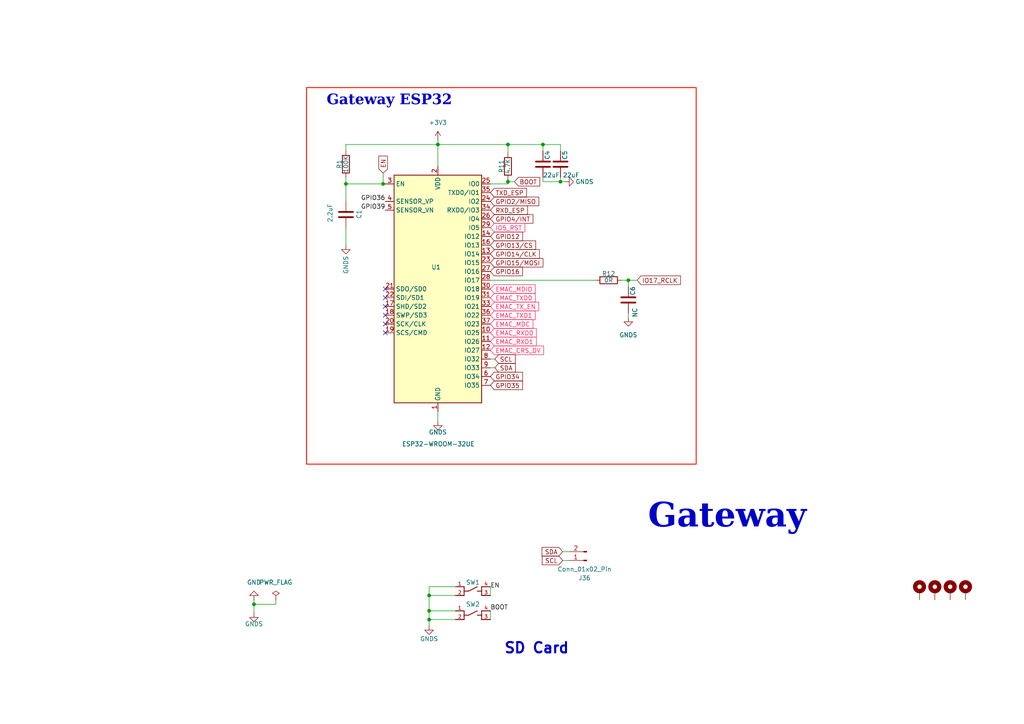
<source format=kicad_sch>
(kicad_sch (version 20231120) (generator "eeschema") (generator_version "8.0")
  (paper "A4")
  (title_block (date "2023-12-08"))
  (lib_symbols
    (symbol "Connector:Conn_01x02_Pin" (pin_names (offset 1.016) hide)
      (property "Reference" "J" (at 0 2.54 0))
      (property "Value" "Conn_01x02_Pin" (at 0 -5.08 0))
      (symbol "Conn_01x02_Pin_1_1"
        (polyline (pts (xy 1.27 -2.54) (xy 0.8636 -2.54)) (stroke (width 0.1524)))
        (polyline (pts (xy 1.27 0) (xy 0.8636 0)) (stroke (width 0.1524)))
        (rectangle (start 0.8636 -2.413) (end 0 -2.667) (stroke (width 0.1524)) (fill (type outline)))
        (rectangle (start 0.8636 0.127) (end 0 -0.127) (stroke (width 0.1524)) (fill (type outline)))
        (pin passive line (at 5.08 0 180) (length 3.81) (name "Pin_1") (number "1"))
        (pin passive line (at 5.08 -2.54 180) (length 3.81) (name "Pin_2") (number "2"))
      )
    )
    (symbol "Device:C" (pin_numbers hide) (pin_names (offset 0.254))
      (property "Reference" "C" (at 0.635 2.54 0))
      (property "Value" "C" (at 0.635 -2.54 0))
      (symbol "C_0_1"
        (polyline (pts (xy -2.032 -0.762) (xy 2.032 -0.762)) (stroke (width 0.508)))
        (polyline (pts (xy -2.032 0.762) (xy 2.032 0.762)) (stroke (width 0.508)))
      )
      (symbol "C_1_1"
        (pin passive line (at 0 3.81 270) (length 2.794) (name "~") (number "1"))
        (pin passive line (at 0 -3.81 90) (length 2.794) (name "~") (number "2"))
      )
    )
    (symbol "Device:R" (pin_numbers hide) (pin_names (offset 0))
      (property "Reference" "R" (at 2.032 0 90))
      (property "Value" "R" (at 0 0 90))
      (symbol "R_0_1"
        (rectangle (start -1.016 -2.54) (end 1.016 2.54) (stroke (width 0.254)))
      )
      (symbol "R_1_1"
        (pin passive line (at 0 3.81 270) (length 1.27) (name "~") (number "1"))
        (pin passive line (at 0 -3.81 90) (length 1.27) (name "~") (number "2"))
      )
    )
    (symbol "Mechanical:MountingHole_Pad" (pin_numbers hide) (pin_names (offset 1.016) hide)
      (property "Reference" "H" (at 0 6.35 0))
      (property "Value" "MountingHole_Pad" (at 0 4.445 0))
      (symbol "MountingHole_Pad_0_1"
        (circle (center 0 1.27) (radius 1.27) (stroke (width 1.27)))
      )
      (symbol "MountingHole_Pad_1_1"
        (pin input line (at 0 -2.54 90) (length 2.54) (name "1") (number "1"))
      )
    )
    (symbol "PTS810_SJM_250_SMTR_LFS:PTS810_SJM_250_SMTR_LFS" (pin_names (offset 1.016))
      (property "Reference" "SW" (at -3.81 1.27 0))
      (property "Value" "PTS810_SJM_250_SMTR_LFS" (at -5.08 -6.35 0))
      (symbol "PTS810_SJM_250_SMTR_LFS_0_0"
        (polyline (pts (xy -2.54 -2.54) (xy -5.08 -2.54)) (stroke (width 0.254)))
        (polyline (pts (xy -2.54 -1.27) (xy -2.54 -2.54)) (stroke (width 0.254)))
        (polyline (pts (xy -2.54 -1.27) (xy -1.27 -1.27)) (stroke (width 0.254)))
        (polyline (pts (xy -2.54 0) (xy -5.08 0)) (stroke (width 0.254)))
        (polyline (pts (xy -2.54 0) (xy -2.54 -1.27)) (stroke (width 0.254)))
        (polyline (pts (xy -1.27 -1.27) (xy 1.27 0)) (stroke (width 0.254)))
        (polyline (pts (xy 1.27 -1.27) (xy 2.54 -1.27)) (stroke (width 0.254)))
        (polyline (pts (xy 2.54 -2.54) (xy 5.08 -2.54)) (stroke (width 0.254)))
        (polyline (pts (xy 2.54 -1.27) (xy 2.54 -2.54)) (stroke (width 0.254)))
        (polyline (pts (xy 2.54 0) (xy 2.54 -1.27)) (stroke (width 0.254)))
        (polyline (pts (xy 2.54 0) (xy 5.08 0)) (stroke (width 0.254)))
        (pin passive line (at -5.08 0 0) (length 2.54) (name "~") (number "1"))
        (pin passive line (at -5.08 -2.54 0) (length 2.54) (name "~") (number "2"))
        (pin passive line (at 5.08 -2.54 180) (length 2.54) (name "~") (number "3"))
        (pin passive line (at 5.08 0 180) (length 2.54) (name "~") (number "4"))
      )
    )
    (symbol "RF_Module:ESP32-WROOM-32U"
      (property "Reference" "U" (at -12.7 34.29 0))
      (property "Value" "ESP32-WROOM-32U" (at 1.27 34.29 0))
      (symbol "ESP32-WROOM-32U_0_1"
        (rectangle (start -12.7 33.02) (end 12.7 -33.02) (stroke (width 0.254)) (fill (type background)))
      )
      (symbol "ESP32-WROOM-32U_1_1"
        (pin power_in line (at 0 -35.56 90) (length 2.54) (name "GND") (number "1"))
        (pin bidirectional line (at 15.24 -12.7 180) (length 2.54) (name "IO25") (number "10"))
        (pin bidirectional line (at 15.24 -15.24 180) (length 2.54) (name "IO26") (number "11"))
        (pin bidirectional line (at 15.24 -17.78 180) (length 2.54) (name "IO27") (number "12"))
        (pin bidirectional line (at 15.24 10.16 180) (length 2.54) (name "IO14") (number "13"))
        (pin bidirectional line (at 15.24 15.24 180) (length 2.54) (name "IO12") (number "14"))
        (pin passive line (at 0 -35.56 90) (length 2.54) hide (name "GND") (number "15"))
        (pin bidirectional line (at 15.24 12.7 180) (length 2.54) (name "IO13") (number "16"))
        (pin bidirectional line (at -15.24 -5.08 0) (length 2.54) (name "SHD/SD2") (number "17"))
        (pin bidirectional line (at -15.24 -7.62 0) (length 2.54) (name "SWP/SD3") (number "18"))
        (pin bidirectional line (at -15.24 -12.7 0) (length 2.54) (name "SCS/CMD") (number "19"))
        (pin power_in line (at 0 35.56 270) (length 2.54) (name "VDD") (number "2"))
        (pin bidirectional line (at -15.24 -10.16 0) (length 2.54) (name "SCK/CLK") (number "20"))
        (pin bidirectional line (at -15.24 0 0) (length 2.54) (name "SDO/SD0") (number "21"))
        (pin bidirectional line (at -15.24 -2.54 0) (length 2.54) (name "SDI/SD1") (number "22"))
        (pin bidirectional line (at 15.24 7.62 180) (length 2.54) (name "IO15") (number "23"))
        (pin bidirectional line (at 15.24 25.4 180) (length 2.54) (name "IO2") (number "24"))
        (pin bidirectional line (at 15.24 30.48 180) (length 2.54) (name "IO0") (number "25"))
        (pin bidirectional line (at 15.24 20.32 180) (length 2.54) (name "IO4") (number "26"))
        (pin bidirectional line (at 15.24 5.08 180) (length 2.54) (name "IO16") (number "27"))
        (pin bidirectional line (at 15.24 2.54 180) (length 2.54) (name "IO17") (number "28"))
        (pin bidirectional line (at 15.24 17.78 180) (length 2.54) (name "IO5") (number "29"))
        (pin input line (at -15.24 30.48 0) (length 2.54) (name "EN") (number "3"))
        (pin bidirectional line (at 15.24 0 180) (length 2.54) (name "IO18") (number "30"))
        (pin bidirectional line (at 15.24 -2.54 180) (length 2.54) (name "IO19") (number "31"))
        (pin no_connect line (at -12.7 -27.94 0) (length 2.54) hide (name "NC") (number "32"))
        (pin bidirectional line (at 15.24 -5.08 180) (length 2.54) (name "IO21") (number "33"))
        (pin bidirectional line (at 15.24 22.86 180) (length 2.54) (name "RXD0/IO3") (number "34"))
        (pin bidirectional line (at 15.24 27.94 180) (length 2.54) (name "TXD0/IO1") (number "35"))
        (pin bidirectional line (at 15.24 -7.62 180) (length 2.54) (name "IO22") (number "36"))
        (pin bidirectional line (at 15.24 -10.16 180) (length 2.54) (name "IO23") (number "37"))
        (pin passive line (at 0 -35.56 90) (length 2.54) hide (name "GND") (number "38"))
        (pin passive line (at 0 -35.56 90) (length 2.54) hide (name "GND") (number "39"))
        (pin input line (at -15.24 25.4 0) (length 2.54) (name "SENSOR_VP") (number "4"))
        (pin input line (at -15.24 22.86 0) (length 2.54) (name "SENSOR_VN") (number "5"))
        (pin input line (at 15.24 -25.4 180) (length 2.54) (name "IO34") (number "6"))
        (pin input line (at 15.24 -27.94 180) (length 2.54) (name "IO35") (number "7"))
        (pin bidirectional line (at 15.24 -20.32 180) (length 2.54) (name "IO32") (number "8"))
        (pin bidirectional line (at 15.24 -22.86 180) (length 2.54) (name "IO33") (number "9"))
      )
    )
    (symbol "power:+3V3" (power) (pin_numbers hide) (pin_names (offset 0) hide)
      (property "Value" "+3V3" (at 0 3.556 0))
      (symbol "+3V3_0_1"
        (polyline (pts (xy -0.762 1.27) (xy 0 2.54)))
        (polyline (pts (xy 0 0) (xy 0 2.54)))
        (polyline (pts (xy 0 2.54) (xy 0.762 1.27)))
      )
      (symbol "+3V3_1_1"
        (pin power_in line (at 0 0 90) (length 0) (name "~") (number "1"))
      )
    )
    (symbol "power:GND" (power) (pin_numbers hide) (pin_names (offset 0) hide)
      (property "Value" "GND" (at 0 -3.81 0))
      (symbol "GND_0_1"
        (polyline (pts (xy 0 0) (xy 0 -1.27) (xy 1.27 -1.27) (xy 0 -2.54) (xy -1.27 -1.27) (xy 0 -1.27)))
      )
      (symbol "GND_1_1"
        (pin power_in line (at 0 0 270) (length 0) (name "~") (number "1"))
      )
    )
    (symbol "power:GNDS" (power) (pin_names (offset 0))
      (property "Value" "GNDS" (at 0 -3.81 0))
      (symbol "GNDS_0_1"
        (polyline (pts (xy 0 0) (xy 0 -1.27) (xy 1.27 -1.27) (xy 0 -2.54) (xy -1.27 -1.27) (xy 0 -1.27)))
      )
      (symbol "GNDS_1_1"
        (pin power_in line (at 0 0 270) (length 0) hide (name "GNDS") (number "1"))
      )
    )
    (symbol "power:PWR_FLAG" (power) (pin_numbers hide) (pin_names (offset 0) hide)
      (property "Value" "PWR_FLAG" (at 0 3.81 0))
      (symbol "PWR_FLAG_0_0"
        (pin power_out line (at 0 0 90) (length 0) (name "~") (number "1"))
      )
      (symbol "PWR_FLAG_0_1"
        (polyline (pts (xy 0 0) (xy 0 1.27) (xy -1.016 1.905) (xy 0 2.54) (xy 1.016 1.905) (xy 0 1.27)))
      )
    )
  )
  (junction (at 73.66 175.26))
  (junction (at 100.33 53.34))
  (junction (at 162.56 52.705))
  (junction (at 182.245 81.28))
  (junction (at 157.48 41.91))
  (junction (at 147.32 52.705))
  (junction (at 127 41.91))
  (junction (at 147.32 41.91))
  (junction (at 124.46 177.165))
  (junction (at 124.46 179.705))
  (junction (at 124.46 172.72))
  (junction (at 111.125 53.34))
  (no_connect (at 111.76 83.82))
  (no_connect (at 111.76 93.98))
  (no_connect (at 111.76 91.44))
  (no_connect (at 111.76 86.36))
  (no_connect (at 111.76 88.9))
  (no_connect (at 111.76 96.52))
  (wire (pts (xy 111.125 53.34) (xy 111.76 53.34)))
  (wire (pts (xy 162.56 51.435) (xy 162.56 52.705)))
  (wire (pts (xy 165.1 160.02) (xy 163.195 160.02)))
  (wire (pts (xy 162.56 41.91) (xy 157.48 41.91)))
  (wire (pts (xy 162.56 43.815) (xy 162.56 41.91)))
  (wire (pts (xy 147.32 52.07) (xy 147.32 52.705)))
  (wire (pts (xy 142.24 170.18) (xy 142.24 172.72)))
  (wire (pts (xy 127 41.91) (xy 147.32 41.91)))
  (wire (pts (xy 127 119.38) (xy 127 122.174)))
  (wire (pts (xy 157.48 51.435) (xy 157.48 52.705)))
  (wire (pts (xy 157.48 52.705) (xy 162.56 52.705)))
  (wire (pts (xy 182.245 92.075) (xy 182.245 90.805)))
  (wire (pts (xy 100.33 53.34) (xy 111.125 53.34)))
  (wire (pts (xy 149.225 52.705) (xy 147.32 52.705)))
  (wire (pts (xy 184.785 81.28) (xy 182.245 81.28)))
  (wire (pts (xy 100.33 51.435) (xy 100.33 53.34)))
  (wire (pts (xy 165.1 162.56) (xy 163.195 162.56)))
  (wire (pts (xy 143.51 104.14) (xy 142.24 104.14)))
  (wire (pts (xy 124.46 170.18) (xy 124.46 172.72)))
  (wire (pts (xy 143.51 106.68) (xy 142.24 106.68)))
  (wire (pts (xy 172.72 81.28) (xy 142.24 81.28)))
  (wire (pts (xy 100.33 41.91) (xy 127 41.91)))
  (wire (pts (xy 127 40.64) (xy 127 41.91)))
  (wire (pts (xy 182.245 81.28) (xy 182.245 83.185)))
  (wire (pts (xy 100.33 66.04) (xy 100.33 71.12)))
  (wire (pts (xy 73.66 173.99) (xy 73.66 175.26)))
  (wire (pts (xy 111.125 50.165) (xy 111.125 53.34)))
  (wire (pts (xy 132.08 170.18) (xy 124.46 170.18)))
  (wire (pts (xy 100.33 53.34) (xy 100.33 58.42)))
  (wire (pts (xy 132.08 172.72) (xy 124.46 172.72)))
  (wire (pts (xy 80.01 173.99) (xy 80.01 175.26)))
  (wire (pts (xy 182.245 81.28) (xy 180.34 81.28)))
  (wire (pts (xy 142.24 177.165) (xy 142.24 179.705)))
  (wire (pts (xy 124.46 172.72) (xy 124.46 177.165)))
  (wire (pts (xy 80.01 175.26) (xy 73.66 175.26)))
  (wire (pts (xy 73.66 175.26) (xy 73.66 177.8)))
  (wire (pts (xy 147.32 41.91) (xy 157.48 41.91)))
  (wire (pts (xy 157.48 43.815) (xy 157.48 41.91)))
  (wire (pts (xy 147.32 41.91) (xy 147.32 44.45)))
  (wire (pts (xy 132.08 177.165) (xy 124.46 177.165)))
  (wire (pts (xy 162.56 52.705) (xy 163.83 52.705)))
  (wire (pts (xy 124.46 177.165) (xy 124.46 179.705)))
  (wire (pts (xy 124.46 179.705) (xy 132.08 179.705)))
  (wire (pts (xy 127 41.91) (xy 127 48.26)))
  (wire (pts (xy 124.46 179.705) (xy 124.46 181.483)))
  (wire (pts (xy 147.32 52.705) (xy 147.32 53.34)))
  (wire (pts (xy 100.33 43.815) (xy 100.33 41.91)))
  (wire (pts (xy 147.32 53.34) (xy 142.24 53.34)))
  (rectangle (start 88.9 25.4) (end 201.93 134.62) (stroke (width 0.3) (color 255 34 15 1)))
  (text "SD Card\n" (at 146.05 189.865 0) (effects (font (size 3 3) (thickness 0.6) (bold yes)) (justify left bottom)))
  (text "Gateway" (at 187.96 155.956 0) (effects (font (size 7 7) (thickness 0.3) (bold yes)) (justify left bottom)))
  (text "Gateway ESP32" (at 94.742 31.75 0) (effects (font (size 3 3) (thickness 0.6) (bold yes)) (justify left bottom)))
  (label "BOOT" (at 142.24 177.165 0))
  (label "GPIO36" (at 111.76 58.42 180))
  (label "EN" (at 142.24 170.815 0))
  (label "GPIO39" (at 111.76 60.96 180))
  (global_label "SDA" (shape input) (at 163.195 160.02 180) (property "Intersheetrefs" "${INTERSHEET_REFS}" (effects (hide yes))))
  (global_label "GPIO2{slash}MISO" (shape input) (at 142.24 58.42 0) (property "Intersheetrefs" "${INTERSHEET_REFS}" (effects (hide yes))))
  (global_label "EMAC_RXD1" (shape input) (at 142.24 99.06 0) (property "Intersheetrefs" "${INTERSHEET_REFS}" (effects (hide yes))))
  (global_label "GPIO34" (shape input) (at 142.24 109.22 0) (property "Intersheetrefs" "${INTERSHEET_REFS}" (effects (hide yes))))
  (global_label "GPIO15{slash}MOSI" (shape input) (at 142.24 76.2 0) (property "Intersheetrefs" "${INTERSHEET_REFS}" (effects (hide yes))))
  (global_label "SCL" (shape input) (at 143.51 104.14 0) (property "Intersheetrefs" "${INTERSHEET_REFS}" (effects (hide yes))))
  (global_label "SCL" (shape input) (at 163.195 162.56 180) (property "Intersheetrefs" "${INTERSHEET_REFS}" (effects (hide yes))))
  (global_label "TXD_ESP" (shape input) (at 142.24 55.88 0) (property "Intersheetrefs" "${INTERSHEET_REFS}" (effects (hide yes))))
  (global_label "IO5_RST" (shape input) (at 142.24 66.04 0) (property "Intersheetrefs" "${INTERSHEET_REFS}" (effects (hide yes))))
  (global_label "EMAC_TXD0" (shape input) (at 142.24 86.36 0) (property "Intersheetrefs" "${INTERSHEET_REFS}" (effects (hide yes))))
  (global_label "EMAC_MDIO" (shape input) (at 142.24 83.82 0) (property "Intersheetrefs" "${INTERSHEET_REFS}" (effects (hide yes))))
  (global_label "EMAC_TXD1" (shape input) (at 142.24 91.44 0) (property "Intersheetrefs" "${INTERSHEET_REFS}" (effects (hide yes))))
  (global_label "EMAC_CRS_DV" (shape input) (at 142.24 101.6 0) (property "Intersheetrefs" "${INTERSHEET_REFS}" (effects (hide yes))))
  (global_label "EN" (shape input) (at 111.125 50.165 90) (property "Intersheetrefs" "${INTERSHEET_REFS}" (effects (hide yes))))
  (global_label "SDA" (shape input) (at 143.51 106.68 0) (property "Intersheetrefs" "${INTERSHEET_REFS}" (effects (hide yes))))
  (global_label "GPIO4{slash}INT" (shape input) (at 142.24 63.5 0) (property "Intersheetrefs" "${INTERSHEET_REFS}" (effects (hide yes))))
  (global_label "GPIO13{slash}CS" (shape input) (at 142.24 71.12 0) (property "Intersheetrefs" "${INTERSHEET_REFS}" (effects (hide yes))))
  (global_label "GPIO16" (shape input) (at 142.24 78.74 0) (property "Intersheetrefs" "${INTERSHEET_REFS}" (effects (hide yes))))
  (global_label "GPIO35" (shape input) (at 142.24 111.76 0) (property "Intersheetrefs" "${INTERSHEET_REFS}" (effects (hide yes))))
  (global_label "GPIO14{slash}CLK" (shape input) (at 142.24 73.66 0) (property "Intersheetrefs" "${INTERSHEET_REFS}" (effects (hide yes))))
  (global_label "EMAC_RXD0" (shape input) (at 142.24 96.52 0) (property "Intersheetrefs" "${INTERSHEET_REFS}" (effects (hide yes))))
  (global_label "RXD_ESP" (shape input) (at 142.24 60.96 0) (property "Intersheetrefs" "${INTERSHEET_REFS}" (effects (hide yes))))
  (global_label "EMAC_TX_EN" (shape input) (at 142.24 88.9 0) (property "Intersheetrefs" "${INTERSHEET_REFS}" (effects (hide yes))))
  (global_label "GPIO12" (shape input) (at 142.24 68.58 0) (property "Intersheetrefs" "${INTERSHEET_REFS}" (effects (hide yes))))
  (global_label "BOOT" (shape input) (at 149.225 52.705 0) (property "Intersheetrefs" "${INTERSHEET_REFS}" (effects (hide yes))))
  (global_label "IO17_RCLK" (shape input) (at 184.785 81.28 0) (property "Intersheetrefs" "${INTERSHEET_REFS}" (effects (hide yes))))
  (global_label "EMAC_MDC" (shape input) (at 142.24 93.98 0) (property "Intersheetrefs" "${INTERSHEET_REFS}" (effects (hide yes))))
  (symbol (lib_id "PTS810_SJM_250_SMTR_LFS:PTS810_SJM_250_SMTR_LFS") (at 137.16 170.18 0) (unit 1)
    (property "Reference" "SW1" (at 137.16 168.91 0))
    (property "Value" "C221895" (effects (hide yes)))
    (property "Footprint" "PTS810_SJM_250_SMTR_LFS:SW_PTS810_SJM_250_SMTR_LFS" (effects (hide yes)))
    (property "Description" "\nTactile Switch SPST-NO Top Actuated Surface Mount\n" (effects (hide yes)))
    (property "MF" "C&K" (effects (hide yes)))
    (property "Package" "None" (effects (hide yes)))
    (property "Price" "None" (effects (hide yes)))
    (property "Check_prices" "https://www.snapeda.com/parts/PTS810%20SJM%20250%20SMTR%20LFS/C%2526K/view-part/?ref=eda" (effects (hide yes)))
    (property "STANDARD" "Manufacturer Recommendations" (effects (hide yes)))
    (property "SnapEDA_Link" "https://www.snapeda.com/parts/PTS810%20SJM%20250%20SMTR%20LFS/C%2526K/view-part/?ref=snap" (effects (hide yes)))
    (property "MP" "PTS810 SJM 250 SMTR LFS" (effects (hide yes)))
    (property "Purchase-URL" "https://www.snapeda.com/api/url_track_click_mouser/?unipart_id=522770&manufacturer=C&amp;K&part_name=PTS810 SJM 250 SMTR LFS&search_term=None" (effects (hide yes)))
    (property "Availability" "In Stock" (effects (hide yes)))
    (property "MANUFACTURER" "CnK" (effects (hide yes)))
  )
  (symbol (lib_id "power:+3V3") (at 127 40.64 0) (unit 1)
    (property "Reference" "#PWR06" (effects (hide yes)))
    (property "Value" "+3V3" (at 127 35.56 0))
    (property "Description" "Power symbol creates a global label with name \"+3V3\"" (effects (hide yes)))
  )
  (symbol (lib_id "Connector:Conn_01x02_Pin") (at 170.18 162.56 180) (unit 1)
    (property "Reference" "J36" (at 169.545 167.64 0))
    (property "Value" "Conn_01x02_Pin" (at 169.545 165.1 0))
    (property "Footprint" "Connector_JST:JST_XA_B02B-XASK-1_1x02_P2.50mm_Vertical" (effects (hide yes)))
    (property "Description" "Generic connector, single row, 01x02, script generated" (effects (hide yes)))
  )
  (symbol (lib_id "Device:R") (at 100.33 47.625 0) (unit 1)
    (property "Reference" "R1" (at 98.425 47.625 90))
    (property "Value" "100K" (at 100.33 47.625 90))
    (property "Footprint" "Resistor_SMD:R_0603_1608Metric" (effects (hide yes)))
  )
  (symbol (lib_id "power:GNDS") (at 163.83 52.705 90) (unit 1)
    (property "Reference" "#PWR012" (effects (hide yes)))
    (property "Value" "GNDS" (at 169.545 52.705 90))
  )
  (symbol (lib_id "Device:R") (at 176.53 81.28 270) (unit 1)
    (property "Reference" "R12" (at 176.53 79.375 90))
    (property "Value" "0R" (at 176.53 81.28 90))
    (property "Footprint" "Resistor_SMD:R_0402_1005Metric" (effects (hide yes)))
  )
  (symbol (lib_id "Mechanical:MountingHole_Pad") (at 275.59 171.45 0) (unit 1)
    (property "Reference" "H3" (effects (hide yes)))
    (property "Value" "MountingHole_Pad" (effects (hide yes)))
    (property "Footprint" "MountingHole:MountingHole_3.2mm_M3_Pad_Via" (effects (hide yes)))
  )
  (symbol (lib_id "Device:C") (at 100.33 62.23 0) (unit 1)
    (property "Reference" "C1" (at 104.14 63.5 90) (effects (justify left)))
    (property "Value" "2.2uF" (at 95.758 64.516 90) (effects (justify left)))
    (property "Footprint" "Capacitor_SMD:C_0805_2012Metric" (effects (hide yes)))
  )
  (symbol (lib_id "power:GND") (at 73.66 173.99 180) (unit 1)
    (property "Reference" "#PWR094" (effects (hide yes)))
    (property "Value" "GND" (at 73.66 168.91 0))
    (property "Description" "Power symbol creates a global label with name \"GND\" , ground" (effects (hide yes)))
  )
  (symbol (lib_id "power:GNDS") (at 127 122.174 0) (unit 1)
    (property "Reference" "#PWR07" (effects (hide yes)))
    (property "Value" "GNDS" (at 127 125.349 0))
  )
  (symbol (lib_id "Mechanical:MountingHole_Pad") (at 280.035 171.45 0) (unit 1)
    (property "Reference" "H4" (effects (hide yes)))
    (property "Value" "MountingHole_Pad" (effects (hide yes)))
    (property "Footprint" "MountingHole:MountingHole_3.2mm_M3_Pad_Via" (effects (hide yes)))
  )
  (symbol (lib_id "Device:C") (at 162.56 47.625 0) (unit 1)
    (property "Reference" "C5" (at 163.83 46.355 90) (effects (justify left)))
    (property "Value" "22uF" (at 163.195 50.8 0) (effects (justify left)))
    (property "Footprint" "Capacitor_SMD:C_0805_2012Metric" (effects (hide yes)))
  )
  (symbol (lib_id "Mechanical:MountingHole_Pad") (at 271.145 171.45 0) (unit 1)
    (property "Reference" "H2" (effects (hide yes)))
    (property "Value" "MountingHole_Pad" (effects (hide yes)))
    (property "Footprint" "MountingHole:MountingHole_3.2mm_M3_Pad_Via" (effects (hide yes)))
  )
  (symbol (lib_id "power:GNDS") (at 73.66 177.8 0) (unit 1)
    (property "Reference" "#PWR095" (effects (hide yes)))
    (property "Value" "GNDS" (at 73.66 180.975 0))
  )
  (symbol (lib_id "Device:R") (at 147.32 48.26 0) (unit 1)
    (property "Reference" "R11" (at 145.415 48.26 90))
    (property "Value" "4.7K" (at 147.32 48.26 90))
    (property "Footprint" "Resistor_SMD:R_0603_1608Metric" (effects (hide yes)))
  )
  (symbol (lib_id "PTS810_SJM_250_SMTR_LFS:PTS810_SJM_250_SMTR_LFS") (at 137.16 177.165 0) (unit 1)
    (property "Reference" "SW2" (at 137.16 175.26 0))
    (property "Value" "C221895" (effects (hide yes)))
    (property "Footprint" "PTS810_SJM_250_SMTR_LFS:SW_PTS810_SJM_250_SMTR_LFS" (effects (hide yes)))
    (property "Description" "\nTactile Switch SPST-NO Top Actuated Surface Mount\n" (effects (hide yes)))
    (property "MF" "C&K" (effects (hide yes)))
    (property "Package" "None" (effects (hide yes)))
    (property "Price" "None" (effects (hide yes)))
    (property "Check_prices" "https://www.snapeda.com/parts/PTS810%20SJM%20250%20SMTR%20LFS/C%2526K/view-part/?ref=eda" (effects (hide yes)))
    (property "STANDARD" "Manufacturer Recommendations" (effects (hide yes)))
    (property "SnapEDA_Link" "https://www.snapeda.com/parts/PTS810%20SJM%20250%20SMTR%20LFS/C%2526K/view-part/?ref=snap" (effects (hide yes)))
    (property "MP" "PTS810 SJM 250 SMTR LFS" (effects (hide yes)))
    (property "Purchase-URL" "https://www.snapeda.com/api/url_track_click_mouser/?unipart_id=522770&manufacturer=C&amp;K&part_name=PTS810 SJM 250 SMTR LFS&search_term=None" (effects (hide yes)))
    (property "Availability" "In Stock" (effects (hide yes)))
    (property "MANUFACTURER" "CnK" (effects (hide yes)))
  )
  (symbol (lib_id "power:PWR_FLAG") (at 80.01 173.99 0) (unit 1)
    (property "Reference" "#FLG01" (effects (hide yes)))
    (property "Value" "PWR_FLAG" (at 80.01 168.91 0))
    (property "Description" "Special symbol for telling ERC where power comes from" (effects (hide yes)))
  )
  (symbol (lib_id "power:GNDS") (at 100.33 71.12 0) (unit 1)
    (property "Reference" "#PWR01" (effects (hide yes)))
    (property "Value" "GNDS" (at 100.33 76.835 90))
  )
  (symbol (lib_id "RF_Module:ESP32-WROOM-32U") (at 127 83.82 0) (unit 1)
    (property "Reference" "U1" (at 125.095 77.47 0) (effects (justify left)))
    (property "Value" "ESP32-WROOM-32UE" (at 116.586 128.778 0) (effects (justify left)))
    (property "Footprint" "RF_Module:ESP32-WROOM-32U" (effects (hide yes)))
    (property "Datasheet" "https://www.espressif.com/sites/default/files/documentation/esp32-wroom-32d_esp32-wroom-32u_datasheet_en.pdf" (effects (hide yes)))
  )
  (symbol (lib_id "power:GNDS") (at 124.46 181.483 0) (unit 1)
    (property "Reference" "#PWR040" (effects (hide yes)))
    (property "Value" "GNDS" (at 124.46 185.293 0))
  )
  (symbol (lib_id "Device:C") (at 182.245 86.995 0) (unit 1)
    (property "Reference" "C6" (at 183.515 85.725 90) (effects (justify left)))
    (property "Value" "NC" (at 184.15 92.075 90) (effects (justify left)))
    (property "Footprint" "Capacitor_SMD:C_0402_1005Metric" (effects (hide yes)))
  )
  (symbol (lib_id "Device:C") (at 157.48 47.625 0) (unit 1)
    (property "Reference" "C4" (at 158.75 46.355 90) (effects (justify left)))
    (property "Value" "22uF" (at 157.48 50.8 0) (effects (justify left)))
    (property "Footprint" "Capacitor_SMD:C_0805_2012Metric" (effects (hide yes)))
  )
  (symbol (lib_id "power:GNDS") (at 182.245 92.075 0) (unit 1)
    (property "Reference" "#PWR013" (effects (hide yes)))
    (property "Value" "GNDS" (at 182.245 97.155 0))
  )
  (symbol (lib_id "Mechanical:MountingHole_Pad") (at 266.7 171.45 0) (unit 1)
    (property "Reference" "H1" (effects (hide yes)))
    (property "Value" "MountingHole_Pad" (effects (hide yes)))
    (property "Footprint" "MountingHole:MountingHole_3.2mm_M3_Pad_Via" (effects (hide yes)))
  )
)
</source>
